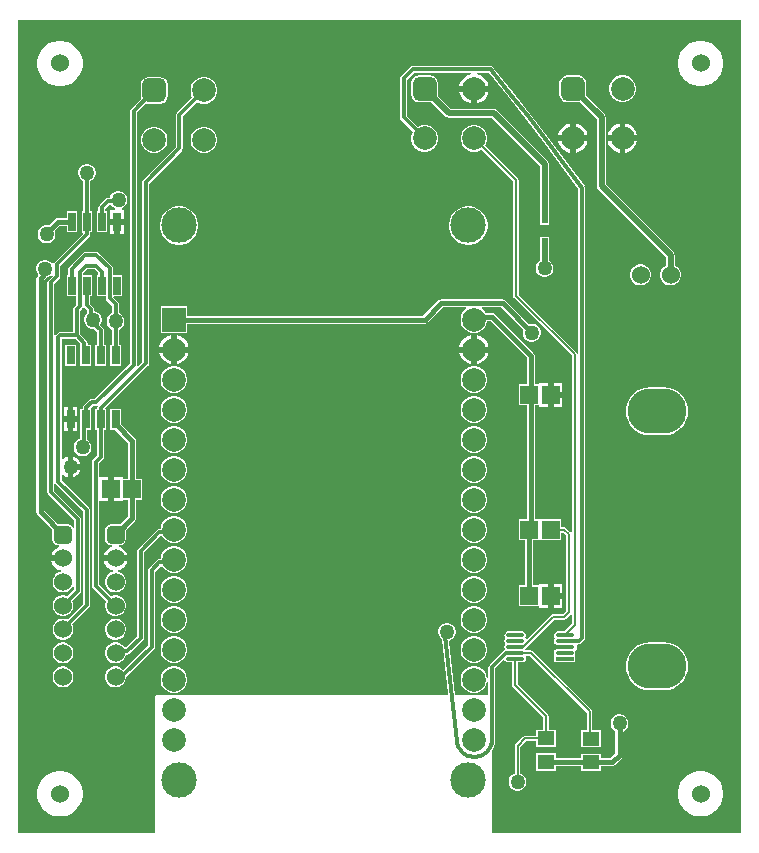
<source format=gbr>
%FSLAX23Y23*%
%MOIN*%
%SFA1B1*%

%IPPOS*%
%AMD15*
4,1,8,-0.023700,-0.006900,0.023700,-0.006900,0.030600,0.000000,0.030600,0.000000,0.023700,0.006900,-0.023700,0.006900,-0.030600,0.000000,-0.030600,0.000000,-0.023700,-0.006900,0.0*
1,1,0.013780,-0.023700,0.000000*
1,1,0.013780,0.023700,0.000000*
1,1,0.013780,0.023700,0.000000*
1,1,0.013780,-0.023700,0.000000*
%
%AMD23*
4,1,8,0.023600,0.074800,-0.023600,0.074800,-0.098400,0.000000,-0.098400,0.000000,-0.023600,-0.074800,0.023600,-0.074800,0.098400,0.000000,0.098400,0.000000,0.023600,0.074800,0.0*
1,1,0.149606,0.023600,0.000000*
1,1,0.149606,-0.023600,0.000000*
1,1,0.149606,-0.023600,0.000000*
1,1,0.149606,0.023600,0.000000*
%
%AMD25*
4,1,8,0.015000,0.030000,-0.015000,0.030000,-0.030000,0.015000,-0.030000,-0.015000,-0.015000,-0.030000,0.015000,-0.030000,0.030000,-0.015000,0.030000,0.015000,0.015000,0.030000,0.0*
1,1,0.030000,0.015000,0.015000*
1,1,0.030000,-0.015000,0.015000*
1,1,0.030000,-0.015000,-0.015000*
1,1,0.030000,0.015000,-0.015000*
%
%AMD26*
4,1,8,0.019700,0.039400,-0.019700,0.039400,-0.039400,0.019700,-0.039400,-0.019700,-0.019700,-0.039400,0.019700,-0.039400,0.039400,-0.019700,0.039400,0.019700,0.019700,0.039400,0.0*
1,1,0.039370,0.019700,0.019700*
1,1,0.039370,-0.019700,0.019700*
1,1,0.039370,-0.019700,-0.019700*
1,1,0.039370,0.019700,-0.019700*
%
%ADD10C,0.011811*%
%ADD11R,0.021260X0.033858*%
%ADD12R,0.025591X0.060039*%
%ADD13R,0.057087X0.047244*%
%ADD14R,0.061279X0.013780*%
G04~CAMADD=15~8~0.0~0.0~612.8~137.8~68.9~0.0~15~0.0~0.0~0.0~0.0~0~0.0~0.0~0.0~0.0~0~0.0~0.0~0.0~180.0~612.0~137.0*
%ADD15D15*%
%ADD16R,0.059055X0.061024*%
%ADD17C,0.015748*%
%ADD18C,0.007874*%
%ADD19C,0.019685*%
%ADD20R,0.078740X0.078740*%
%ADD21C,0.078740*%
%ADD22C,0.118110*%
G04~CAMADD=23~8~0.0~0.0~1968.5~1496.1~748.0~0.0~15~0.0~0.0~0.0~0.0~0~0.0~0.0~0.0~0.0~0~0.0~0.0~0.0~0.0~1968.5~1496.1*
%ADD23D23*%
%ADD24C,0.060000*%
G04~CAMADD=25~8~0.0~0.0~600.0~600.0~150.0~0.0~15~0.0~0.0~0.0~0.0~0~0.0~0.0~0.0~0.0~0~0.0~0.0~0.0~0.0~600.0~600.0*
%ADD25D25*%
G04~CAMADD=26~8~0.0~0.0~787.4~787.4~196.9~0.0~15~0.0~0.0~0.0~0.0~0~0.0~0.0~0.0~0.0~0~0.0~0.0~0.0~0.0~787.4~787.4*
%ADD26D26*%
%ADD27C,0.060000*%
%ADD28C,0.050000*%
%LNecu_freio_2024_equipe_imperador_copper_signal_top-1*%
%LPD*%
G36*
X5090Y2065D02*
X4260D01*
Y2337*
X4260Y2337*
X4266Y2350*
X4269Y2360*
X4270Y2363*
X4270Y2365*
X4271Y2367*
Y2612*
X4298Y2639*
X4304Y2638*
X4305Y2637*
X4308Y2634*
X4313Y2633*
X4328*
Y2557*
X4328Y2554*
X4330Y2551*
X4430Y2451*
Y2407*
X4406*
Y2388*
X4369*
X4365Y2387*
X4362Y2385*
X4338Y2361*
X4336Y2358*
X4335Y2355*
Y2263*
X4333Y2262*
X4326Y2258*
X4321Y2253*
X4317Y2246*
X4315Y2238*
Y2231*
X4317Y2223*
X4321Y2216*
X4326Y2211*
X4333Y2207*
X4341Y2205*
X4348*
X4356Y2207*
X4363Y2211*
X4368Y2216*
X4372Y2223*
X4374Y2231*
Y2238*
X4372Y2246*
X4368Y2253*
X4363Y2258*
X4356Y2262*
X4354Y2263*
Y2351*
X4373Y2370*
X4406*
Y2350*
X4473*
Y2407*
X4449*
Y2455*
X4448Y2458*
X4446Y2461*
X4346Y2561*
Y2633*
X4361*
X4365Y2634*
X4369Y2637*
X4372Y2641*
X4373Y2645*
X4372Y2650*
X4374Y2655*
X4387*
X4576Y2465*
Y2407*
X4556*
Y2350*
X4623*
Y2407*
X4594*
Y2469*
X4593Y2473*
X4591Y2475*
X4397Y2670*
X4394Y2672*
X4390Y2673*
X4372*
X4370Y2677*
X4371Y2678*
X4372Y2680*
X4372Y2681*
X4373Y2682*
X4467Y2775*
X4500*
X4504Y2776*
X4507Y2778*
X4520Y2792*
X4522Y2792*
X4525Y2790*
Y2760*
X4501Y2736*
X4478*
X4474Y2735*
X4470Y2732*
X4467Y2728*
X4466Y2724*
X4467Y2719*
X4468Y2718*
X4470Y2714*
X4468Y2710*
X4467Y2709*
X4466Y2704*
X4467Y2700*
X4468Y2698*
X4466Y2697*
X4465Y2694*
X4472*
X4474Y2693*
X4478Y2692*
X4502*
Y2677*
X4478*
X4474Y2676*
X4472Y2675*
X4465*
X4466Y2672*
X4468Y2671*
X4467Y2669*
X4466Y2665*
X4467Y2662*
X4467Y2657*
Y2633*
X4538*
Y2657*
X4537Y2662*
X4538Y2665*
X4537Y2669*
X4536Y2671*
X4538Y2672*
X4542Y2678*
X4543Y2685*
X4542Y2688*
X4546Y2693*
X4549*
X4553Y2694*
X4557Y2696*
X4567Y2707*
X4570Y2710*
X4571Y2715*
Y4213*
X4570Y4218*
X4568Y4220*
X4569Y4220*
X4454Y4375*
X4331Y4534*
X4268Y4612*
X4268Y4612*
X4268Y4612*
X4268Y4612*
X4267Y4614*
X4265Y4615*
X4265Y4615*
X4259Y4619*
X4250Y4621*
X4245Y4621*
X3995*
X3990Y4620*
X3987Y4617*
X3957Y4587*
X3954Y4584*
X3953Y4580*
Y4450*
X3954Y4445*
X3957Y4442*
X3996Y4402*
X3993Y4397*
X3990Y4385*
Y4374*
X3993Y4362*
X3999Y4352*
X4007Y4344*
X4017Y4338*
X4029Y4335*
X4040*
X4052Y4338*
X4062Y4344*
X4070Y4352*
X4076Y4362*
X4079Y4374*
Y4385*
X4076Y4397*
X4070Y4407*
X4062Y4415*
X4052Y4421*
X4040Y4424*
X4029*
X4017Y4421*
X4012Y4418*
X3976Y4454*
Y4575*
X3999Y4598*
X4190*
X4191Y4593*
X4181Y4591*
X4170Y4584*
X4160Y4575*
X4154Y4564*
X4151Y4555*
X4248*
X4246Y4564*
X4239Y4575*
X4230Y4584*
X4219Y4591*
X4209Y4593*
X4210Y4598*
X4246*
X4251Y4598*
X4313Y4520*
X4436Y4362*
X4548Y4210*
Y3660*
X4544Y3660*
X4543Y3663*
X4541Y3666*
X4349Y3858*
Y4240*
X4348Y4243*
X4346Y4246*
X4237Y4355*
X4241Y4362*
X4244Y4374*
Y4385*
X4241Y4397*
X4235Y4407*
X4227Y4415*
X4217Y4421*
X4206Y4424*
X4194*
X4183Y4421*
X4173Y4415*
X4164Y4407*
X4159Y4397*
X4156Y4385*
Y4374*
X4159Y4362*
X4164Y4352*
X4173Y4344*
X4183Y4338*
X4194Y4335*
X4206*
X4217Y4338*
X4224Y4342*
X4330Y4236*
Y3855*
X4331Y3851*
X4333Y3848*
X4525Y3656*
Y3068*
X4522Y3067*
X4520Y3066*
X4506Y3081*
X4503Y3083*
X4500Y3084*
X4489*
Y3110*
X4423*
X4420*
X4415*
X4402*
Y3489*
X4415*
Y3484*
X4445*
Y3525*
Y3565*
X4415*
Y3560*
X4402*
Y3655*
X4401Y3660*
X4398Y3664*
X4269Y3794*
X4264Y3797*
X4260Y3798*
X4238*
X4235Y3803*
X4227Y3811*
X4225Y3812*
X4227Y3816*
X4289*
X4364Y3742*
X4362Y3736*
Y3728*
X4364Y3720*
X4368Y3714*
X4374Y3708*
X4380Y3704*
X4388Y3702*
X4396*
X4404Y3704*
X4410Y3708*
X4416Y3714*
X4420Y3720*
X4422Y3728*
Y3736*
X4420Y3744*
X4416Y3750*
X4410Y3756*
X4404Y3760*
X4396Y3762*
X4388*
X4382Y3760*
X4304Y3839*
X4299Y3842*
X4295Y3843*
X4090*
X4085Y3842*
X4080Y3839*
X4030Y3788*
X3244*
Y3820*
X3155*
Y3731*
X3244*
Y3762*
X4035*
X4040Y3763*
X4045Y3766*
X4095Y3816*
X4172*
X4174Y3812*
X4172Y3811*
X4164Y3803*
X4158Y3792*
X4155Y3781*
Y3769*
X4158Y3758*
X4164Y3748*
X4172Y3740*
X4182Y3734*
X4194Y3731*
X4205*
X4217Y3734*
X4227Y3740*
X4235Y3748*
X4241Y3758*
X4244Y3769*
Y3771*
X4254*
X4376Y3650*
Y3560*
X4350*
Y3489*
X4376*
Y3110*
X4349*
Y3039*
X4371*
Y2890*
X4350*
Y2819*
X4415*
Y2814*
X4445*
Y2855*
Y2895*
X4415*
Y2890*
X4397*
Y3039*
X4415*
X4418*
X4423*
X4489*
Y3065*
X4496*
X4505Y3056*
Y2802*
X4497Y2794*
X4463*
X4460Y2793*
X4457Y2791*
X4377Y2711*
X4372Y2712*
X4370Y2716*
X4371Y2718*
X4372Y2719*
X4373Y2724*
X4372Y2728*
X4369Y2732*
X4365Y2735*
X4361Y2736*
X4313*
X4308Y2735*
X4305Y2732*
X4302Y2728*
X4301Y2724*
X4302Y2719*
X4303Y2718*
X4304Y2714*
X4303Y2710*
X4302Y2709*
X4301Y2704*
X4302Y2700*
X4303Y2698*
X4304Y2694*
X4303Y2691*
X4302Y2689*
X4301Y2685*
X4302Y2680*
X4303Y2679*
X4303Y2677*
X4303Y2676*
X4302Y2673*
X4301Y2673*
X4300Y2672*
X4299Y2672*
X4299Y2671*
X4298Y2671*
X4252Y2624*
X4249Y2621*
X4248Y2617*
Y2583*
X4243Y2582*
X4241Y2592*
X4235Y2603*
X4227Y2611*
X4217Y2617*
X4205Y2620*
X4194*
X4182Y2617*
X4172Y2611*
X4164Y2603*
X4158Y2592*
X4155Y2581*
Y2569*
X4158Y2558*
X4164Y2548*
X4172Y2540*
X4182Y2534*
X4194Y2531*
X4205*
X4217Y2534*
X4227Y2540*
X4235Y2548*
X4241Y2558*
X4243Y2568*
X4248Y2568*
Y2525*
X4137*
X4117Y2705*
X4121Y2707*
X4128Y2711*
X4133Y2716*
X4137Y2723*
X4139Y2731*
Y2738*
X4137Y2746*
X4133Y2753*
X4128Y2758*
X4121Y2762*
X4113Y2764*
X4106*
X4098Y2762*
X4091Y2758*
X4086Y2753*
X4082Y2746*
X4080Y2738*
Y2731*
X4082Y2723*
X4086Y2716*
X4091Y2711*
X4094Y2709*
X4114Y2528*
X4111Y2525*
X3140*
X3135Y2520*
Y2065*
X2680*
Y4775*
X5090*
Y2065*
G37*
%LNecu_freio_2024_equipe_imperador_copper_signal_top-2*%
%LPC*%
G36*
X4962Y4705D02*
X4947D01*
X4932Y4702*
X4919Y4697*
X4906Y4688*
X4896Y4678*
X4887Y4665*
X4882Y4652*
X4879Y4637*
Y4622*
X4882Y4607*
X4887Y4594*
X4896Y4581*
X4906Y4571*
X4919Y4562*
X4932Y4557*
X4947Y4554*
X4962*
X4977Y4557*
X4990Y4562*
X5003Y4571*
X5013Y4581*
X5022Y4594*
X5027Y4607*
X5030Y4622*
Y4637*
X5027Y4652*
X5022Y4665*
X5013Y4678*
X5003Y4688*
X4990Y4697*
X4977Y4702*
X4962Y4705*
G37*
G36*
X2827D02*
X2812D01*
X2797Y4702*
X2784Y4697*
X2771Y4688*
X2761Y4678*
X2752Y4665*
X2747Y4652*
X2744Y4637*
Y4622*
X2747Y4607*
X2752Y4594*
X2761Y4581*
X2771Y4571*
X2784Y4562*
X2797Y4557*
X2812Y4554*
X2827*
X2842Y4557*
X2855Y4562*
X2868Y4571*
X2878Y4581*
X2887Y4594*
X2892Y4607*
X2895Y4622*
Y4637*
X2892Y4652*
X2887Y4665*
X2878Y4678*
X2868Y4688*
X2855Y4697*
X2842Y4702*
X2827Y4705*
G37*
G36*
X4700Y4589D02*
X4689D01*
X4677Y4586*
X4667Y4580*
X4659Y4572*
X4653Y4562*
X4650Y4551*
Y4539*
X4653Y4528*
X4659Y4518*
X4667Y4509*
X4677Y4504*
X4689Y4501*
X4700*
X4712Y4504*
X4722Y4509*
X4730Y4518*
X4736Y4528*
X4739Y4539*
Y4551*
X4736Y4562*
X4730Y4572*
X4722Y4580*
X4712Y4586*
X4700Y4589*
G37*
G36*
X4248Y4535D02*
X4210D01*
Y4496*
X4219Y4499*
X4230Y4505*
X4239Y4515*
X4246Y4526*
X4248Y4535*
G37*
G36*
X4190D02*
X4151D01*
X4154Y4526*
X4160Y4515*
X4170Y4505*
X4181Y4499*
X4190Y4496*
Y4535*
G37*
G36*
X3154Y4584D02*
X3114D01*
X3105Y4582*
X3097Y4577*
X3091Y4569*
X3089Y4559*
Y4520*
X3091Y4512*
X3057Y4478*
X3054Y4474*
X3053Y4470*
Y3629*
X2935Y3511*
X2925*
X2920Y3510*
X2917Y3507*
X2900Y3491*
X2898Y3487*
X2897Y3483*
Y3478*
X2887*
Y3408*
X2888*
Y3379*
X2883Y3377*
X2876Y3373*
X2871Y3368*
X2867Y3361*
X2865Y3353*
Y3346*
X2867Y3338*
X2871Y3331*
X2876Y3326*
X2883Y3322*
X2891Y3320*
X2898*
X2906Y3322*
X2913Y3326*
X2918Y3331*
X2922Y3338*
X2924Y3346*
Y3353*
X2922Y3361*
X2918Y3368*
X2913Y3373*
X2911Y3375*
Y3408*
X2922*
Y3478*
X2923Y3482*
X2929Y3488*
X2940*
X2942Y3489*
X2945Y3484*
X2944Y3484*
X2943Y3480*
Y3478*
X2937*
Y3408*
X2943*
Y3321*
X2931Y3309*
X2928Y3305*
X2927Y3301*
Y2888*
X2928Y2884*
X2931Y2880*
X2973Y2838*
X2972Y2835*
X2970Y2827*
Y2817*
X2972Y2809*
X2977Y2801*
X2983Y2794*
X2991Y2789*
X3000Y2787*
X3009*
X3018Y2789*
X3026Y2794*
X3032Y2801*
X3037Y2809*
X3039Y2817*
Y2827*
X3037Y2835*
X3032Y2843*
X3026Y2850*
X3018Y2855*
X3009Y2857*
X3000*
X2991Y2855*
X2989Y2853*
X2950Y2893*
Y3164*
X2950Y3169*
X2955*
X2979*
Y3210*
Y3250*
X2950*
X2950Y3255*
Y3296*
X2962Y3309*
X2965Y3313*
X2966Y3317*
Y3408*
X2972*
Y3478*
X2971Y3480*
X3112Y3622*
X3115Y3625*
X3116Y3630*
Y4228*
X3225Y4338*
X3228Y4341*
X3229Y4346*
Y4453*
X3277Y4501*
X3282Y4498*
X3294Y4495*
X3305*
X3317Y4498*
X3327Y4504*
X3335Y4512*
X3341Y4522*
X3344Y4534*
Y4545*
X3341Y4557*
X3335Y4567*
X3327Y4575*
X3317Y4581*
X3305Y4584*
X3294*
X3282Y4581*
X3272Y4575*
X3264Y4567*
X3258Y4557*
X3255Y4545*
Y4534*
X3258Y4522*
X3261Y4517*
X3210Y4465*
X3207Y4462*
X3206Y4458*
Y4350*
X3097Y4240*
X3094Y4237*
X3093Y4233*
Y3634*
X3080Y3620*
X3075Y3623*
X3076Y3625*
Y4465*
X3107Y4496*
X3114Y4495*
X3154*
X3163Y4497*
X3172Y4502*
X3177Y4510*
X3179Y4520*
Y4559*
X3177Y4569*
X3172Y4577*
X3163Y4582*
X3154Y4584*
G37*
G36*
X4704Y4428D02*
Y4389D01*
X4743*
X4741Y4399*
X4734Y4410*
X4725Y4419*
X4714Y4426*
X4704Y4428*
G37*
G36*
X4685D02*
X4675Y4426D01*
X4664Y4419*
X4655Y4410*
X4648Y4399*
X4646Y4389*
X4685*
Y4428*
G37*
G36*
X4539D02*
Y4389D01*
X4578*
X4575Y4399*
X4569Y4410*
X4559Y4419*
X4548Y4426*
X4539Y4428*
G37*
G36*
X4519D02*
X4510Y4426D01*
X4499Y4419*
X4490Y4410*
X4483Y4399*
X4481Y4389*
X4519*
Y4428*
G37*
G36*
X4743Y4370D02*
X4704D01*
Y4331*
X4714Y4333*
X4725Y4340*
X4734Y4349*
X4741Y4360*
X4743Y4370*
G37*
G36*
X4685D02*
X4646D01*
X4648Y4360*
X4655Y4349*
X4664Y4340*
X4675Y4333*
X4685Y4331*
Y4370*
G37*
G36*
X4578D02*
X4539D01*
Y4331*
X4548Y4333*
X4559Y4340*
X4569Y4349*
X4575Y4360*
X4578Y4370*
G37*
G36*
X4519D02*
X4481D01*
X4483Y4360*
X4490Y4349*
X4499Y4340*
X4510Y4333*
X4519Y4331*
Y4370*
G37*
G36*
X3305Y4418D02*
X3294D01*
X3282Y4415*
X3272Y4410*
X3264Y4401*
X3258Y4391*
X3255Y4380*
Y4368*
X3258Y4357*
X3264Y4347*
X3272Y4339*
X3282Y4333*
X3294Y4330*
X3305*
X3317Y4333*
X3327Y4339*
X3335Y4347*
X3341Y4357*
X3344Y4368*
Y4380*
X3341Y4391*
X3335Y4401*
X3327Y4410*
X3317Y4415*
X3305Y4418*
G37*
G36*
X3140D02*
X3128D01*
X3117Y4415*
X3107Y4410*
X3099Y4401*
X3093Y4391*
X3090Y4380*
Y4368*
X3093Y4357*
X3099Y4347*
X3107Y4339*
X3117Y4333*
X3128Y4330*
X3140*
X3151Y4333*
X3161Y4339*
X3170Y4347*
X3175Y4357*
X3178Y4368*
Y4380*
X3175Y4391*
X3170Y4401*
X3161Y4410*
X3151Y4415*
X3140Y4418*
G37*
G36*
X3018Y4204D02*
X3011D01*
X3003Y4202*
X2996Y4198*
X2991Y4193*
X2987Y4186*
X2986Y4182*
X2981*
X2981*
X2977Y4181*
X2973Y4179*
X2952Y4157*
X2949Y4154*
X2948Y4150*
Y4136*
X2942*
Y4066*
X2977*
Y4136*
X2971*
Y4145*
X2984Y4158*
X2990Y4158*
X2991Y4156*
X2996Y4151*
X3003Y4147*
X3004Y4146*
X3004Y4141*
X2987*
Y4111*
X3010*
X3032*
Y4141*
X3025*
X3025Y4146*
X3026Y4147*
X3033Y4151*
X3038Y4156*
X3042Y4163*
X3044Y4171*
Y4178*
X3042Y4186*
X3038Y4193*
X3033Y4198*
X3026Y4202*
X3018Y4204*
G37*
G36*
X4054Y4590D02*
X4015D01*
X4005Y4588*
X3997Y4582*
X3992Y4574*
X3990Y4565*
Y4525*
X3992Y4516*
X3997Y4507*
X4005Y4502*
X4015Y4500*
X4054*
X4057Y4501*
X4106Y4452*
Y4452*
X4111Y4449*
X4117Y4447*
X4259*
X4419Y4287*
Y4136*
X4419*
Y4092*
X4450*
Y4136*
X4450*
Y4293*
Y4293*
X4448Y4299*
X4445Y4303*
X4445*
X4275Y4473*
X4271Y4476*
X4265Y4478*
X4123*
X4079Y4522*
X4079Y4525*
Y4565*
X4077Y4574*
X4072Y4582*
X4064Y4588*
X4054Y4590*
G37*
G36*
X2877Y4136D02*
X2842D01*
Y4114*
X2813*
X2808Y4113*
X2803Y4110*
X2782Y4089*
X2778Y4089*
X2771*
X2763Y4087*
X2756Y4083*
X2751Y4078*
X2747Y4071*
X2745Y4063*
Y4056*
X2747Y4048*
X2751Y4041*
X2756Y4036*
X2763Y4032*
X2771Y4030*
X2778*
X2786Y4032*
X2793Y4036*
X2798Y4041*
X2802Y4048*
X2804Y4056*
Y4063*
X2802Y4071*
X2802Y4072*
X2818Y4088*
X2842*
Y4066*
X2877*
Y4136*
G37*
G36*
X3032Y4091D02*
X3019D01*
Y4061*
X3032*
Y4091*
G37*
G36*
X3000D02*
X2987D01*
Y4061*
X3000*
Y4091*
G37*
G36*
X4187Y4153D02*
X4175D01*
X4162Y4150*
X4151Y4145*
X4140Y4138*
X4131Y4129*
X4124Y4119*
X4119Y4107*
X4117Y4095*
Y4082*
X4119Y4070*
X4124Y4058*
X4131Y4048*
X4140Y4039*
X4151Y4032*
X4162Y4027*
X4175Y4025*
X4187*
X4200Y4027*
X4211Y4032*
X4222Y4039*
X4231Y4048*
X4238Y4058*
X4243Y4070*
X4245Y4082*
Y4095*
X4243Y4107*
X4238Y4119*
X4231Y4129*
X4222Y4138*
X4211Y4145*
X4200Y4150*
X4187Y4153*
G37*
G36*
X3222D02*
X3210D01*
X3197Y4150*
X3186Y4145*
X3175Y4138*
X3166Y4129*
X3159Y4119*
X3155Y4107*
X3152Y4095*
Y4082*
X3155Y4070*
X3159Y4058*
X3166Y4048*
X3175Y4039*
X3186Y4032*
X3197Y4027*
X3210Y4025*
X3222*
X3235Y4027*
X3246Y4032*
X3257Y4039*
X3266Y4048*
X3273Y4058*
X3278Y4070*
X3280Y4082*
Y4095*
X3278Y4107*
X3273Y4119*
X3266Y4129*
X3257Y4138*
X3246Y4145*
X3235Y4150*
X3222Y4153*
G37*
G36*
X2913Y4294D02*
X2906D01*
X2898Y4292*
X2891Y4288*
X2886Y4283*
X2882Y4276*
X2880Y4268*
Y4261*
X2882Y4253*
X2886Y4246*
X2891Y4241*
X2898Y4237*
X2898Y4236*
Y4136*
X2892*
Y4066*
X2894*
X2896Y4061*
X2802Y3967*
X2799Y3964*
X2799Y3963*
X2794Y3962*
X2793Y3963*
X2788Y3968*
X2781Y3972*
X2773Y3974*
X2766*
X2758Y3972*
X2751Y3968*
X2746Y3963*
X2742Y3956*
X2740Y3948*
Y3941*
X2742Y3933*
X2746Y3926*
X2747Y3924*
X2745Y3922*
X2742Y3918*
X2741Y3913*
Y3133*
X2742Y3128*
X2745Y3124*
X2794Y3075*
X2794Y3073*
Y3043*
X2796Y3035*
X2800Y3029*
X2807Y3024*
X2815Y3023*
X2818*
X2818Y3018*
X2814Y3017*
X2805Y3011*
X2797Y3004*
X2792Y2995*
X2791Y2989*
X2830*
Y2970*
X2791*
X2792Y2964*
X2797Y2955*
X2805Y2947*
X2814Y2942*
X2822Y2940*
Y2935*
X2816Y2933*
X2808Y2929*
X2802Y2922*
X2797Y2914*
X2795Y2905*
Y2896*
X2797Y2887*
X2802Y2879*
X2808Y2873*
X2816Y2868*
X2825Y2866*
X2834*
X2843Y2868*
X2851Y2873*
X2857Y2879*
X2862Y2887*
X2863Y2893*
X2868Y2892*
Y2877*
X2845Y2853*
X2843Y2855*
X2834Y2857*
X2825*
X2816Y2855*
X2808Y2850*
X2802Y2843*
X2797Y2835*
X2795Y2827*
Y2817*
X2797Y2809*
X2802Y2801*
X2808Y2794*
X2816Y2789*
X2825Y2787*
X2834*
X2843Y2789*
X2851Y2794*
X2857Y2801*
X2862Y2809*
X2864Y2817*
Y2827*
X2862Y2835*
X2861Y2838*
X2887Y2864*
X2890Y2868*
X2891Y2872*
Y3110*
X2890Y3114*
X2887Y3117*
X2801Y3204*
Y3226*
X2806Y3228*
X2806Y3228*
X2898Y3135*
Y2828*
X2845Y2775*
X2843Y2776*
X2834Y2778*
X2825*
X2816Y2776*
X2808Y2771*
X2802Y2765*
X2797Y2757*
X2795Y2748*
Y2739*
X2797Y2730*
X2802Y2722*
X2808Y2715*
X2816Y2711*
X2825Y2708*
X2834*
X2843Y2711*
X2851Y2715*
X2857Y2722*
X2862Y2730*
X2864Y2739*
Y2748*
X2862Y2757*
X2861Y2759*
X2917Y2815*
X2920Y2819*
X2921Y2823*
Y3139*
Y3140*
X2920Y3144*
X2917Y3147*
X2825Y3240*
Y3258*
X2830Y3260*
X2833Y3256*
X2841Y3252*
X2845Y3251*
Y3285*
Y3318*
X2841Y3317*
X2833Y3313*
X2830Y3309*
X2825Y3311*
Y3712*
X2825Y3712*
X2870*
X2886Y3696*
X2887Y3691*
Y3621*
X2922*
Y3691*
X2912*
Y3697*
X2911Y3701*
X2909Y3705*
X2886Y3728*
Y3805*
X2892Y3812*
X2895Y3816*
X2895Y3817*
X2900Y3818*
X2902Y3815*
X2911Y3806*
Y3798*
X2911Y3798*
X2906Y3793*
X2902Y3786*
X2900Y3778*
Y3771*
X2902Y3763*
X2906Y3756*
X2911Y3751*
X2918Y3747*
X2926Y3745*
X2933*
X2933Y3745*
X2943Y3735*
Y3691*
X2937*
Y3621*
X2972*
Y3691*
X2966*
Y3739*
X2965Y3743*
X2962Y3747*
X2953Y3756*
X2953Y3756*
X2957Y3763*
X2959Y3771*
Y3778*
X2957Y3786*
X2953Y3793*
X2948Y3798*
X2941Y3802*
X2933Y3804*
X2933*
Y3810*
X2932Y3815*
X2930Y3818*
X2921Y3828*
Y3853*
X2927*
Y3923*
X2896*
Y3930*
X2909Y3943*
X2935*
X2948Y3930*
Y3923*
X2942*
Y3853*
X2973*
Y3846*
X2974Y3841*
X2977Y3838*
X2993Y3821*
Y3798*
X2993Y3797*
X2986Y3793*
X2981Y3788*
X2977Y3781*
X2975Y3773*
Y3766*
X2977Y3758*
X2981Y3751*
X2986Y3746*
X2993Y3742*
X2993Y3741*
Y3691*
X2987*
Y3621*
X3022*
Y3691*
X3016*
Y3741*
X3016Y3742*
X3023Y3746*
X3028Y3751*
X3032Y3758*
X3034Y3766*
Y3773*
X3032Y3781*
X3028Y3788*
X3023Y3793*
X3016Y3797*
X3016Y3798*
Y3826*
X3015Y3830*
X3012Y3833*
X2998Y3848*
X3000Y3853*
X3027*
Y3923*
X2996*
Y3946*
X2995Y3950*
X2992Y3954*
X2949Y3997*
X2945Y4000*
X2941Y4001*
X2904*
X2904*
X2900Y4000*
X2896Y3997*
X2852Y3953*
X2849Y3949*
X2848Y3945*
Y3923*
X2842*
Y3853*
X2873*
Y3825*
X2867Y3818*
X2864Y3814*
X2863Y3810*
Y3735*
X2821*
X2816Y3734*
X2813Y3731*
X2806Y3724*
X2806Y3724*
X2801Y3725*
Y3895*
X2817Y3912*
X2820Y3915*
X2821Y3920*
Y3955*
X2917Y4052*
X2920Y4055*
X2921Y4060*
Y4066*
X2927*
Y4136*
X2921*
Y4236*
X2921Y4237*
X2928Y4241*
X2933Y4246*
X2937Y4253*
X2939Y4261*
Y4268*
X2937Y4276*
X2933Y4283*
X2928Y4288*
X2921Y4292*
X2913Y4294*
G37*
G36*
X4450Y4051D02*
X4419D01*
Y4008*
X4419*
Y3972*
X4416Y3970*
X4411Y3965*
X4407Y3958*
X4405Y3950*
Y3943*
X4407Y3935*
X4411Y3928*
X4416Y3923*
X4423Y3919*
X4431Y3917*
X4438*
X4446Y3919*
X4453Y3923*
X4458Y3928*
X4462Y3935*
X4464Y3943*
Y3950*
X4462Y3958*
X4458Y3965*
X4453Y3970*
X4450Y3972*
Y4008*
X4450*
Y4051*
G37*
G36*
X4549Y4590D02*
X4509D01*
X4500Y4588*
X4492Y4582*
X4486Y4574*
X4484Y4565*
Y4525*
X4486Y4516*
X4492Y4507*
X4500Y4502*
X4509Y4500*
X4549*
X4552Y4501*
X4609Y4443*
Y4220*
X4611Y4214*
X4614Y4209*
X4839Y3983*
Y3956*
X4833Y3952*
X4827Y3946*
X4822Y3938*
X4820Y3929*
Y3920*
X4822Y3911*
X4827Y3903*
X4833Y3897*
X4841Y3892*
X4850Y3890*
X4859*
X4868Y3892*
X4876Y3897*
X4882Y3903*
X4887Y3911*
X4889Y3920*
Y3929*
X4887Y3938*
X4882Y3946*
X4876Y3952*
X4870Y3956*
Y3990*
X4868Y3995*
X4865Y4000*
X4640Y4226*
Y4450*
X4638Y4455*
X4635Y4460*
X4573Y4522*
X4574Y4525*
Y4565*
X4572Y4574*
X4567Y4582*
X4558Y4588*
X4549Y4590*
G37*
G36*
X4759Y3959D02*
X4750D01*
X4741Y3957*
X4733Y3952*
X4727Y3946*
X4722Y3938*
X4720Y3929*
Y3920*
X4722Y3911*
X4727Y3903*
X4733Y3897*
X4741Y3892*
X4750Y3890*
X4759*
X4768Y3892*
X4776Y3897*
X4782Y3903*
X4787Y3911*
X4789Y3920*
Y3929*
X4787Y3938*
X4782Y3946*
X4776Y3952*
X4768Y3957*
X4759Y3959*
G37*
G36*
X4209Y3724D02*
Y3685D01*
X4248*
X4246Y3694*
X4239Y3706*
X4230Y3715*
X4219Y3721*
X4209Y3724*
G37*
G36*
X4190D02*
X4180Y3721D01*
X4169Y3715*
X4160Y3706*
X4153Y3694*
X4151Y3685*
X4190*
Y3724*
G37*
G36*
X3209D02*
Y3685D01*
X3248*
X3246Y3694*
X3239Y3706*
X3230Y3715*
X3219Y3721*
X3209Y3724*
G37*
G36*
X3190D02*
X3180Y3721D01*
X3169Y3715*
X3160Y3706*
X3153Y3694*
X3151Y3685*
X3190*
Y3724*
G37*
G36*
X4248Y3665D02*
X4209D01*
Y3627*
X4219Y3629*
X4230Y3636*
X4239Y3645*
X4246Y3656*
X4248Y3665*
G37*
G36*
X4190D02*
X4151D01*
X4153Y3656*
X4160Y3645*
X4169Y3636*
X4180Y3629*
X4190Y3627*
Y3665*
G37*
G36*
X3248D02*
X3209D01*
Y3627*
X3219Y3629*
X3230Y3636*
X3239Y3645*
X3246Y3656*
X3248Y3665*
G37*
G36*
X3190D02*
X3151D01*
X3153Y3656*
X3160Y3645*
X3169Y3636*
X3180Y3629*
X3190Y3627*
Y3665*
G37*
G36*
X2872Y3691D02*
X2837D01*
Y3621*
X2872*
Y3691*
G37*
G36*
X4494Y3565D02*
X4465D01*
Y3534*
X4494*
Y3565*
G37*
G36*
X4205Y3620D02*
X4194D01*
X4182Y3617*
X4172Y3611*
X4164Y3603*
X4158Y3592*
X4155Y3581*
Y3569*
X4158Y3558*
X4164Y3548*
X4172Y3540*
X4182Y3534*
X4194Y3531*
X4205*
X4217Y3534*
X4227Y3540*
X4235Y3548*
X4241Y3558*
X4244Y3569*
Y3581*
X4241Y3592*
X4235Y3603*
X4227Y3611*
X4217Y3617*
X4205Y3620*
G37*
G36*
X3205D02*
X3194D01*
X3182Y3617*
X3172Y3611*
X3164Y3603*
X3158Y3592*
X3155Y3581*
Y3569*
X3158Y3558*
X3164Y3548*
X3172Y3540*
X3182Y3534*
X3194Y3531*
X3205*
X3217Y3534*
X3227Y3540*
X3235Y3548*
X3241Y3558*
X3244Y3569*
Y3581*
X3241Y3592*
X3235Y3603*
X3227Y3611*
X3217Y3617*
X3205Y3620*
G37*
G36*
X4494Y3515D02*
X4465D01*
Y3484*
X4494*
Y3515*
G37*
G36*
X2877Y3483D02*
X2864D01*
Y3453*
X2877*
Y3483*
G37*
G36*
X2845D02*
X2832D01*
Y3453*
X2845*
Y3483*
G37*
G36*
X4205Y3520D02*
X4194D01*
X4182Y3517*
X4172Y3511*
X4164Y3503*
X4158Y3492*
X4155Y3481*
Y3469*
X4158Y3458*
X4164Y3448*
X4172Y3440*
X4182Y3434*
X4194Y3431*
X4205*
X4217Y3434*
X4227Y3440*
X4235Y3448*
X4241Y3458*
X4244Y3469*
Y3481*
X4241Y3492*
X4235Y3503*
X4227Y3511*
X4217Y3517*
X4205Y3520*
G37*
G36*
X3205D02*
X3194D01*
X3182Y3517*
X3172Y3511*
X3164Y3503*
X3158Y3492*
X3155Y3481*
Y3469*
X3158Y3458*
X3164Y3448*
X3172Y3440*
X3182Y3434*
X3194Y3431*
X3205*
X3217Y3434*
X3227Y3440*
X3235Y3448*
X3241Y3458*
X3244Y3469*
Y3481*
X3241Y3492*
X3235Y3503*
X3227Y3511*
X3217Y3517*
X3205Y3520*
G37*
G36*
X2877Y3433D02*
X2864D01*
Y3403*
X2877*
Y3433*
G37*
G36*
X2845D02*
X2832D01*
Y3403*
X2845*
Y3433*
G37*
G36*
X4833Y3550D02*
X4786D01*
X4770Y3548*
X4755Y3544*
X4741Y3536*
X4729Y3526*
X4719Y3514*
X4712Y3500*
X4707Y3485*
X4706Y3470*
X4707Y3454*
X4712Y3439*
X4719Y3425*
X4729Y3413*
X4741Y3403*
X4755Y3395*
X4770Y3391*
X4786Y3389*
X4833*
X4849Y3391*
X4864Y3395*
X4878Y3403*
X4890Y3413*
X4900Y3425*
X4907Y3439*
X4912Y3454*
X4913Y3470*
X4912Y3485*
X4907Y3500*
X4900Y3514*
X4890Y3526*
X4878Y3536*
X4864Y3544*
X4849Y3548*
X4833Y3550*
G37*
G36*
X4205Y3420D02*
X4194D01*
X4182Y3417*
X4172Y3411*
X4164Y3403*
X4158Y3392*
X4155Y3381*
Y3369*
X4158Y3358*
X4164Y3348*
X4172Y3340*
X4182Y3334*
X4194Y3331*
X4205*
X4217Y3334*
X4227Y3340*
X4235Y3348*
X4241Y3358*
X4244Y3369*
Y3381*
X4241Y3392*
X4235Y3403*
X4227Y3411*
X4217Y3417*
X4205Y3420*
G37*
G36*
X3205D02*
X3194D01*
X3182Y3417*
X3172Y3411*
X3164Y3403*
X3158Y3392*
X3155Y3381*
Y3369*
X3158Y3358*
X3164Y3348*
X3172Y3340*
X3182Y3334*
X3194Y3331*
X3205*
X3217Y3334*
X3227Y3340*
X3235Y3348*
X3241Y3358*
X3244Y3369*
Y3381*
X3241Y3392*
X3235Y3403*
X3227Y3411*
X3217Y3417*
X3205Y3420*
G37*
G36*
X2864Y3318D02*
Y3294D01*
X2888*
X2887Y3298*
X2883Y3306*
X2876Y3313*
X2868Y3317*
X2864Y3318*
G37*
G36*
X2888Y3275D02*
X2864D01*
Y3251*
X2868Y3252*
X2876Y3256*
X2883Y3263*
X2887Y3271*
X2888Y3275*
G37*
G36*
X3022Y3478D02*
X2987D01*
Y3408*
X3004*
X3047Y3365*
Y3245*
X3029*
Y3250*
X2999*
Y3210*
Y3169*
X3029*
Y3174*
X3047*
Y3119*
X3021Y3093*
X3020Y3094*
X2990*
X2982Y3092*
X2975Y3088*
X2971Y3081*
X2969Y3073*
Y3043*
X2971Y3035*
X2975Y3029*
X2982Y3024*
X2990Y3023*
X2993*
X2993Y3018*
X2989Y3017*
X2980Y3011*
X2972Y3004*
X2967Y2995*
X2966Y2989*
X3043*
X3042Y2995*
X3037Y3004*
X3029Y3011*
X3020Y3017*
X3016Y3018*
X3016Y3023*
X3020*
X3027Y3024*
X3034Y3029*
X3038Y3035*
X3040Y3043*
Y3073*
X3040Y3075*
X3069Y3104*
X3072Y3109*
X3073Y3114*
Y3174*
X3094*
Y3245*
X3073*
Y3370*
X3072Y3375*
X3069Y3379*
X3022Y3426*
Y3478*
G37*
G36*
X4205Y3320D02*
X4194D01*
X4182Y3317*
X4172Y3311*
X4164Y3303*
X4158Y3292*
X4155Y3281*
Y3269*
X4158Y3258*
X4164Y3248*
X4172Y3240*
X4182Y3234*
X4194Y3231*
X4205*
X4217Y3234*
X4227Y3240*
X4235Y3248*
X4241Y3258*
X4244Y3269*
Y3281*
X4241Y3292*
X4235Y3303*
X4227Y3311*
X4217Y3317*
X4205Y3320*
G37*
G36*
X3205D02*
X3194D01*
X3182Y3317*
X3172Y3311*
X3164Y3303*
X3158Y3292*
X3155Y3281*
Y3269*
X3158Y3258*
X3164Y3248*
X3172Y3240*
X3182Y3234*
X3194Y3231*
X3205*
X3217Y3234*
X3227Y3240*
X3235Y3248*
X3241Y3258*
X3244Y3269*
Y3281*
X3241Y3292*
X3235Y3303*
X3227Y3311*
X3217Y3317*
X3205Y3320*
G37*
G36*
X4205Y3220D02*
X4194D01*
X4182Y3217*
X4172Y3211*
X4164Y3203*
X4158Y3192*
X4155Y3181*
Y3169*
X4158Y3158*
X4164Y3148*
X4172Y3140*
X4182Y3134*
X4194Y3131*
X4205*
X4217Y3134*
X4227Y3140*
X4235Y3148*
X4241Y3158*
X4244Y3169*
Y3181*
X4241Y3192*
X4235Y3203*
X4227Y3211*
X4217Y3217*
X4205Y3220*
G37*
G36*
X3205D02*
X3194D01*
X3182Y3217*
X3172Y3211*
X3164Y3203*
X3158Y3192*
X3155Y3181*
Y3169*
X3158Y3158*
X3164Y3148*
X3172Y3140*
X3182Y3134*
X3194Y3131*
X3205*
X3217Y3134*
X3227Y3140*
X3235Y3148*
X3241Y3158*
X3244Y3169*
Y3181*
X3241Y3192*
X3235Y3203*
X3227Y3211*
X3217Y3217*
X3205Y3220*
G37*
G36*
X4205Y3120D02*
X4194D01*
X4182Y3117*
X4172Y3111*
X4164Y3103*
X4158Y3092*
X4155Y3081*
Y3069*
X4158Y3058*
X4164Y3048*
X4172Y3040*
X4182Y3034*
X4194Y3031*
X4205*
X4217Y3034*
X4227Y3040*
X4235Y3048*
X4241Y3058*
X4244Y3069*
Y3081*
X4241Y3092*
X4235Y3103*
X4227Y3111*
X4217Y3117*
X4205Y3120*
G37*
G36*
X3205D02*
X3194D01*
X3182Y3117*
X3172Y3111*
X3164Y3103*
X3158Y3092*
X3155Y3081*
Y3077*
X3151*
X3147Y3077*
X3144Y3074*
X3082Y3012*
X3079Y3009*
X3078Y3005*
Y2719*
X3040Y2681*
X3035Y2682*
X3032Y2686*
X3026Y2692*
X3018Y2697*
X3009Y2699*
X3000*
X2991Y2697*
X2983Y2692*
X2977Y2686*
X2972Y2678*
X2970Y2669*
Y2660*
X2972Y2651*
X2977Y2643*
X2983Y2637*
X2991Y2632*
X3000Y2630*
X3009*
X3018Y2632*
X3026Y2637*
X3032Y2643*
X3037Y2651*
X3039Y2658*
X3044*
X3048Y2659*
X3052Y2661*
X3097Y2707*
X3100Y2710*
X3101Y2715*
Y3000*
X3155Y3055*
X3161Y3054*
X3164Y3048*
X3172Y3040*
X3182Y3034*
X3194Y3031*
X3205*
X3217Y3034*
X3227Y3040*
X3235Y3048*
X3241Y3058*
X3244Y3069*
Y3081*
X3241Y3092*
X3235Y3103*
X3227Y3111*
X3217Y3117*
X3205Y3120*
G37*
G36*
X4205Y3020D02*
X4194D01*
X4182Y3017*
X4172Y3011*
X4164Y3003*
X4158Y2992*
X4155Y2981*
Y2969*
X4158Y2958*
X4164Y2948*
X4172Y2940*
X4182Y2934*
X4194Y2931*
X4205*
X4217Y2934*
X4227Y2940*
X4235Y2948*
X4241Y2958*
X4244Y2969*
Y2981*
X4241Y2992*
X4235Y3003*
X4227Y3011*
X4217Y3017*
X4205Y3020*
G37*
G36*
X3205D02*
X3194D01*
X3182Y3017*
X3172Y3011*
X3164Y3003*
X3158Y2992*
X3155Y2981*
Y2977*
X3151*
X3147Y2977*
X3144Y2974*
X3117Y2947*
X3114Y2944*
X3113Y2940*
Y2689*
X3031Y2607*
X3026Y2612*
X3018Y2617*
X3009Y2619*
X3000*
X2991Y2617*
X2983Y2612*
X2977Y2606*
X2972Y2598*
X2970Y2589*
Y2580*
X2972Y2571*
X2977Y2563*
X2983Y2557*
X2991Y2552*
X3000Y2550*
X3009*
X3018Y2552*
X3026Y2557*
X3032Y2563*
X3037Y2571*
X3039Y2580*
Y2585*
X3042Y2586*
X3132Y2677*
X3135Y2680*
X3136Y2685*
Y2935*
X3155Y2955*
X3161Y2954*
X3164Y2948*
X3172Y2940*
X3182Y2934*
X3194Y2931*
X3205*
X3217Y2934*
X3227Y2940*
X3235Y2948*
X3241Y2958*
X3244Y2969*
Y2981*
X3241Y2992*
X3235Y3003*
X3227Y3011*
X3217Y3017*
X3205Y3020*
G37*
G36*
X3043Y2970D02*
X2966D01*
X2967Y2964*
X2972Y2955*
X2980Y2947*
X2989Y2942*
X2997Y2940*
Y2935*
X2991Y2933*
X2983Y2929*
X2977Y2922*
X2972Y2914*
X2970Y2905*
Y2896*
X2972Y2887*
X2977Y2879*
X2983Y2873*
X2991Y2868*
X3000Y2866*
X3009*
X3018Y2868*
X3026Y2873*
X3032Y2879*
X3037Y2887*
X3039Y2896*
Y2905*
X3037Y2914*
X3032Y2922*
X3026Y2929*
X3018Y2933*
X3012Y2935*
Y2940*
X3020Y2942*
X3029Y2947*
X3037Y2955*
X3042Y2964*
X3043Y2970*
G37*
G36*
X4494Y2895D02*
X4465D01*
Y2864*
X4494*
Y2895*
G37*
G36*
X4205Y2920D02*
X4194D01*
X4182Y2917*
X4172Y2911*
X4164Y2903*
X4158Y2892*
X4155Y2881*
Y2869*
X4158Y2858*
X4164Y2848*
X4172Y2840*
X4182Y2834*
X4194Y2831*
X4205*
X4217Y2834*
X4227Y2840*
X4235Y2848*
X4241Y2858*
X4244Y2869*
Y2881*
X4241Y2892*
X4235Y2903*
X4227Y2911*
X4217Y2917*
X4205Y2920*
G37*
G36*
X3205D02*
X3194D01*
X3182Y2917*
X3172Y2911*
X3164Y2903*
X3158Y2892*
X3155Y2881*
Y2869*
X3158Y2858*
X3164Y2848*
X3172Y2840*
X3182Y2834*
X3194Y2831*
X3205*
X3217Y2834*
X3227Y2840*
X3235Y2848*
X3241Y2858*
X3244Y2869*
Y2881*
X3241Y2892*
X3235Y2903*
X3227Y2911*
X3217Y2917*
X3205Y2920*
G37*
G36*
X4494Y2845D02*
X4465D01*
Y2814*
X4494*
Y2845*
G37*
G36*
X4205Y2820D02*
X4194D01*
X4182Y2817*
X4172Y2811*
X4164Y2803*
X4158Y2792*
X4155Y2781*
Y2769*
X4158Y2758*
X4164Y2748*
X4172Y2740*
X4182Y2734*
X4194Y2731*
X4205*
X4217Y2734*
X4227Y2740*
X4235Y2748*
X4241Y2758*
X4244Y2769*
Y2781*
X4241Y2792*
X4235Y2803*
X4227Y2811*
X4217Y2817*
X4205Y2820*
G37*
G36*
X3205D02*
X3194D01*
X3182Y2817*
X3172Y2811*
X3164Y2803*
X3158Y2792*
X3155Y2781*
Y2769*
X3158Y2758*
X3164Y2748*
X3172Y2740*
X3182Y2734*
X3194Y2731*
X3205*
X3217Y2734*
X3227Y2740*
X3235Y2748*
X3241Y2758*
X3244Y2769*
Y2781*
X3241Y2792*
X3235Y2803*
X3227Y2811*
X3217Y2817*
X3205Y2820*
G37*
G36*
X3009Y2778D02*
X3000D01*
X2991Y2776*
X2983Y2771*
X2977Y2765*
X2972Y2757*
X2970Y2748*
Y2739*
X2972Y2730*
X2977Y2722*
X2983Y2715*
X2991Y2711*
X3000Y2708*
X3009*
X3018Y2711*
X3026Y2715*
X3032Y2722*
X3037Y2730*
X3039Y2739*
Y2748*
X3037Y2757*
X3032Y2765*
X3026Y2771*
X3018Y2776*
X3009Y2778*
G37*
G36*
X4205Y2720D02*
X4194D01*
X4182Y2717*
X4172Y2711*
X4164Y2703*
X4158Y2692*
X4155Y2681*
Y2669*
X4158Y2658*
X4164Y2648*
X4172Y2640*
X4182Y2634*
X4194Y2631*
X4205*
X4217Y2634*
X4227Y2640*
X4235Y2648*
X4241Y2658*
X4244Y2669*
Y2681*
X4241Y2692*
X4235Y2703*
X4227Y2711*
X4217Y2717*
X4205Y2720*
G37*
G36*
X3205D02*
X3194D01*
X3182Y2717*
X3172Y2711*
X3164Y2703*
X3158Y2692*
X3155Y2681*
Y2669*
X3158Y2658*
X3164Y2648*
X3172Y2640*
X3182Y2634*
X3194Y2631*
X3205*
X3217Y2634*
X3227Y2640*
X3235Y2648*
X3241Y2658*
X3244Y2669*
Y2681*
X3241Y2692*
X3235Y2703*
X3227Y2711*
X3217Y2717*
X3205Y2720*
G37*
G36*
X2834Y2699D02*
X2825D01*
X2816Y2697*
X2808Y2692*
X2802Y2686*
X2797Y2678*
X2795Y2669*
Y2660*
X2797Y2651*
X2802Y2643*
X2808Y2637*
X2816Y2632*
X2825Y2630*
X2834*
X2843Y2632*
X2851Y2637*
X2857Y2643*
X2862Y2651*
X2864Y2660*
Y2669*
X2862Y2678*
X2857Y2686*
X2851Y2692*
X2843Y2697*
X2834Y2699*
G37*
G36*
Y2619D02*
X2825D01*
X2816Y2617*
X2808Y2612*
X2802Y2606*
X2797Y2598*
X2795Y2589*
Y2580*
X2797Y2571*
X2802Y2563*
X2808Y2557*
X2816Y2552*
X2825Y2550*
X2834*
X2843Y2552*
X2851Y2557*
X2857Y2563*
X2862Y2571*
X2864Y2580*
Y2589*
X2862Y2598*
X2857Y2606*
X2851Y2612*
X2843Y2617*
X2834Y2619*
G37*
G36*
X4833Y2700D02*
X4786D01*
X4770Y2698*
X4755Y2694*
X4741Y2686*
X4729Y2676*
X4719Y2664*
X4712Y2650*
X4707Y2635*
X4706Y2620*
X4707Y2604*
X4712Y2589*
X4719Y2575*
X4729Y2563*
X4741Y2553*
X4755Y2545*
X4770Y2541*
X4786Y2539*
X4833*
X4849Y2541*
X4864Y2545*
X4878Y2553*
X4890Y2563*
X4900Y2575*
X4907Y2589*
X4912Y2604*
X4913Y2620*
X4912Y2635*
X4907Y2650*
X4900Y2664*
X4890Y2676*
X4878Y2686*
X4864Y2694*
X4849Y2698*
X4833Y2700*
G37*
G36*
X3205Y2620D02*
X3194D01*
X3182Y2617*
X3172Y2611*
X3164Y2603*
X3158Y2592*
X3155Y2581*
Y2569*
X3158Y2558*
X3164Y2548*
X3172Y2540*
X3182Y2534*
X3194Y2531*
X3205*
X3217Y2534*
X3227Y2540*
X3235Y2548*
X3241Y2558*
X3244Y2569*
Y2581*
X3241Y2592*
X3235Y2603*
X3227Y2611*
X3217Y2617*
X3205Y2620*
G37*
G36*
X4688Y2459D02*
X4681D01*
X4673Y2457*
X4666Y2453*
X4661Y2448*
X4657Y2441*
X4655Y2433*
Y2426*
X4657Y2418*
X4661Y2411*
X4666Y2406*
X4671Y2402*
Y2330*
X4654Y2313*
X4623*
Y2328*
X4556*
Y2313*
X4473*
Y2329*
X4406*
Y2272*
X4473*
Y2287*
X4556*
Y2271*
X4623*
Y2286*
X4660*
X4664Y2287*
X4669Y2290*
X4694Y2315*
X4697Y2320*
X4698Y2325*
Y2402*
X4703Y2406*
X4708Y2411*
X4712Y2418*
X4714Y2426*
Y2433*
X4712Y2441*
X4708Y2448*
X4703Y2453*
X4696Y2457*
X4688Y2459*
G37*
G36*
X4962Y2270D02*
X4947D01*
X4932Y2267*
X4919Y2262*
X4906Y2253*
X4896Y2243*
X4887Y2230*
X4882Y2217*
X4879Y2202*
Y2187*
X4882Y2172*
X4887Y2159*
X4896Y2146*
X4906Y2136*
X4919Y2127*
X4932Y2122*
X4947Y2119*
X4962*
X4977Y2122*
X4990Y2127*
X5003Y2136*
X5013Y2146*
X5022Y2159*
X5027Y2172*
X5030Y2187*
Y2202*
X5027Y2217*
X5022Y2230*
X5013Y2243*
X5003Y2253*
X4990Y2262*
X4977Y2267*
X4962Y2270*
G37*
G36*
X2827D02*
X2812D01*
X2797Y2267*
X2784Y2262*
X2771Y2253*
X2761Y2243*
X2752Y2230*
X2747Y2217*
X2744Y2202*
Y2187*
X2747Y2172*
X2752Y2159*
X2761Y2146*
X2771Y2136*
X2784Y2127*
X2797Y2122*
X2812Y2119*
X2827*
X2842Y2122*
X2855Y2127*
X2868Y2136*
X2878Y2146*
X2887Y2159*
X2892Y2172*
X2895Y2187*
Y2202*
X2892Y2217*
X2887Y2230*
X2878Y2243*
X2868Y2253*
X2855Y2262*
X2842Y2267*
X2827Y2270*
G37*
%LNecu_freio_2024_equipe_imperador_copper_signal_top-3*%
%LPD*%
G36*
X2795Y3921D02*
Y3921D01*
X2782Y3907*
X2779Y3904*
X2778Y3900*
Y3200*
X2779Y3195*
X2782Y3192*
X2868Y3105*
Y3080*
X2863Y3080*
X2863Y3081*
X2859Y3088*
X2852Y3092*
X2845Y3094*
X2815*
X2813Y3093*
X2768Y3139*
Y3908*
X2772Y3912*
X2774Y3915*
X2781Y3917*
X2788Y3921*
X2789Y3922*
X2795Y3921*
G37*
G54D10*
X4142Y2370D02*
D01*
X4143Y2366*
X4144Y2362*
X4145Y2358*
X4147Y2354*
X4148Y2350*
X4150Y2347*
X4152Y2343*
X4155Y2340*
X4157Y2337*
X4160Y2334*
X4163Y2331*
X4167Y2328*
X4170Y2326*
X4174Y2324*
X4177Y2322*
X4181Y2321*
X4185Y2320*
X4189Y2319*
X4193Y2318*
X4197Y2318*
X4201Y2317*
X4206Y2318*
X4210Y2318*
X4214Y2319*
X4218Y2320*
X4222Y2321*
X4226Y2323*
X4229Y2324*
X4233Y2327*
X4236Y2329*
X4239Y2331*
X4242Y2334*
X4245Y2337*
X4248Y2340*
X4250Y2344*
X4253Y2347*
X4254Y2351*
X4256Y2355*
X4257Y2359*
X4259Y2362*
X4259Y2367*
X4260Y2367*
X4313Y2665D02*
D01*
X4313Y2665*
X4313Y2665*
X4313Y2665*
X4313Y2665*
X4313Y2665*
X4260Y4605D02*
D01*
X4259Y4606*
X4259Y4606*
X4258Y4607*
X4257Y4607*
X4257Y4608*
X4256Y4608*
X4255Y4609*
X4254Y4609*
X4254Y4609*
X4253Y4609*
X4252Y4609*
X4251Y4609*
X4250Y4610*
X4560Y4213D02*
D01*
X4501Y4293*
X4442Y4372*
X4382Y4450*
X4321Y4528*
X4260Y4605*
X2955Y3480D02*
X3105Y3630D01*
Y4233*
X2955Y3443D02*
Y3480D01*
X4560Y2715D02*
Y4213D01*
X4549Y2704D02*
X4560Y2715D01*
X4502Y2704D02*
X4549D01*
X4104Y2722D02*
X4142Y2370D01*
X4104Y2727D02*
X4110Y2735D01*
X4104Y2722D02*
Y2727D01*
X4260Y2367D02*
Y2617D01*
X4306Y2663*
X4313Y2665*
X4313Y2665D02*
X4337D01*
X2810Y3960D02*
X2910Y4060D01*
Y4265*
X2810Y3920D02*
Y3960D01*
X3005Y3770D02*
Y3826D01*
X2941Y3990D02*
X2985Y3946D01*
Y3846D02*
Y3946D01*
Y3846D02*
X3005Y3826D01*
Y3656D02*
Y3770D01*
X2875Y3810D02*
X2885Y3820D01*
Y3935D02*
X2905Y3955D01*
X2885Y3820D02*
Y3935D01*
X2875Y3724D02*
Y3810D01*
X2814Y3717D02*
X2821Y3724D01*
X2875*
X2814Y3235D02*
Y3717D01*
X2901Y3660D02*
Y3697D01*
X2875Y3724D02*
X2901Y3697D01*
Y3660D02*
X2905Y3656D01*
X2922Y3782D02*
Y3810D01*
Y3782D02*
X2930Y3775D01*
X2910Y3823D02*
X2922Y3810D01*
X2814Y3235D02*
X2910Y3140D01*
X2940Y3500D02*
X3065Y3625D01*
Y4470*
X3134Y4540*
X2955Y3656D02*
Y3739D01*
X2930Y3764D02*
Y3775D01*
Y3764D02*
X2955Y3739D01*
X2910Y3823D02*
Y3888D01*
X2908Y3446D02*
Y3483D01*
X2925Y3500*
X2940*
X3105Y4233D02*
X3218Y4346D01*
X2981Y4171D02*
X3011D01*
X3015Y4175*
X2955Y3317D02*
Y3443D01*
X2900Y3438D02*
X2908Y3446D01*
X2790Y3200D02*
X2880Y3110D01*
X2790Y3900D02*
X2810Y3920D01*
X2790Y3200D02*
Y3900D01*
X2904Y3990D02*
X2941D01*
X2860Y3945D02*
X2904Y3990D01*
X2939Y3301D02*
X2955Y3317D01*
X2939Y2888D02*
Y3301D01*
X3044Y2669D02*
X3090Y2715D01*
Y3005D02*
X3151Y3066D01*
X3090Y2715D02*
Y3005D01*
X3125Y2940D02*
X3151Y2966D01*
X3034Y2594D02*
X3125Y2685D01*
Y2940*
X3005Y2585D02*
X3014Y2594D01*
X3034*
X2910Y2823D02*
Y3140D01*
X2830Y2743D02*
X2910Y2823D01*
X2880Y2872D02*
Y3110D01*
X2830Y2822D02*
X2880Y2872D01*
X2960Y4150D02*
X2981Y4171D01*
X2960Y4101D02*
Y4150D01*
X2940Y3955D02*
X2960Y3935D01*
X2905Y3955D02*
X2940D01*
X2960Y3888D02*
Y3935D01*
X2860Y3888D02*
Y3945D01*
X3995Y4610D02*
X4250D01*
X3965Y4580D02*
X3995Y4610D01*
X3965Y4450D02*
Y4580D01*
Y4450D02*
X4035Y4380D01*
X2900Y3355D02*
Y3438D01*
X2895Y3350D02*
X2900Y3355D01*
X3151Y3066D02*
X3191D01*
X3200Y3075*
X3005Y2665D02*
X3009Y2669D01*
X3044*
X3151Y2966D02*
X3191D01*
X3200Y2975*
X2939Y2888D02*
X3005Y2822D01*
X3218Y4346D02*
Y4458D01*
X3300Y4540*
G54D11*
X4435Y4030D03*
Y4114D03*
G54D12*
X3010Y4101D03*
X2960D03*
X2910D03*
X2860D03*
Y3888D03*
X2910D03*
X2960D03*
X3010D03*
X2855Y3443D03*
X2905D03*
X2955D03*
X3005D03*
Y3656D03*
X2955D03*
X2905D03*
X2855D03*
G54D13*
X4590Y2378D03*
Y2300D03*
X4440Y2300D03*
Y2379D03*
G54D14*
X4502Y2645D03*
G54D15*
X4502Y2665D03*
Y2685D03*
Y2704D03*
Y2724D03*
X4337D03*
Y2704D03*
Y2685D03*
Y2665D03*
Y2645D03*
G54D16*
X4455Y3075D03*
X4384D03*
X3060Y3210D03*
X2989D03*
X4384Y3525D03*
X4455D03*
Y2855D03*
X4384D03*
G54D17*
X4590Y2300D02*
X4660D01*
X4581D02*
X4590D01*
X4580Y2300D02*
X4581Y2300D01*
X4660D02*
X4685Y2325D01*
Y2430*
X4295Y3830D02*
X4392Y3732D01*
X4090Y3830D02*
X4295D01*
X4389Y3525D02*
Y3655D01*
X4035Y3775D02*
X4090Y3830D01*
X3200Y3775D02*
X4035D01*
X4384Y3525D02*
X4389Y3520D01*
X4384Y3075D02*
X4389Y3079D01*
Y3520*
X4384Y2855D02*
Y3074D01*
X2755Y3913D02*
X2763Y3922D01*
X2755Y3133D02*
X2830Y3058D01*
X2755Y3133D02*
Y3913D01*
X2763Y3922D02*
Y3938D01*
X2770Y3945*
X2813Y4101D02*
X2860D01*
X2775Y4060D02*
Y4063D01*
X2813Y4101*
X3060Y3114D02*
Y3210D01*
Y3370*
X4260Y3785D02*
X4389Y3655D01*
X4440Y2300D02*
X4580D01*
X4209Y3785D02*
X4260D01*
X4200Y3775D02*
X4209Y3785D01*
X3005Y3058D02*
X3060Y3114D01*
X3005Y3426D02*
X3060Y3370D01*
X3005Y3426D02*
Y3443D01*
G54D18*
X4535Y2756D02*
Y3660D01*
X4502Y2724D02*
X4535Y2756D01*
X4367Y2688D02*
X4463Y2785D01*
X4500D02*
X4515Y2799D01*
Y3060*
X4500Y3075D02*
X4515Y3060D01*
X4463Y2785D02*
X4500D01*
X4455Y3075D02*
X4500D01*
X4390Y2664D02*
X4585Y2469D01*
X4338Y2664D02*
X4390D01*
X4585Y2383D02*
Y2469D01*
X4340Y3855D02*
X4535Y3660D01*
X4341Y2688D02*
X4367D01*
X4337Y2685D02*
X4341Y2688D01*
X4340Y3855D02*
Y4240D01*
X4200Y4380D02*
X4340Y4240D01*
X4337Y2557D02*
Y2645D01*
Y2557D02*
X4440Y2455D01*
Y2379D02*
Y2455D01*
X4585Y2383D02*
X4590Y2378D01*
X4337Y2665D02*
X4338Y2664D01*
X4345Y2355D02*
X4369Y2379D01*
X4345Y2235D02*
Y2355D01*
X4369Y2379D02*
X4440D01*
G54D19*
X4529Y4545D02*
X4625Y4450D01*
Y4220D02*
X4855Y3990D01*
X4625Y4220D02*
Y4450D01*
X4855Y3925D02*
Y3990D01*
X4435Y3947D02*
Y4030D01*
Y4114D02*
Y4293D01*
X4035Y4545D02*
X4117Y4463D01*
X4265*
X4435Y4293*
G54D20*
X3200Y3775D03*
G54D21*
X3200Y3675D03*
Y3575D03*
Y3475D03*
Y3375D03*
Y3275D03*
Y3175D03*
Y3075D03*
Y2975D03*
Y2875D03*
Y2775D03*
Y2675D03*
Y2575D03*
Y2475D03*
Y2375D03*
X4200Y3775D03*
Y3675D03*
Y3575D03*
Y3475D03*
Y3375D03*
Y3275D03*
Y3175D03*
Y3075D03*
Y2975D03*
Y2875D03*
Y2775D03*
Y2675D03*
Y2575D03*
Y2475D03*
Y2375D03*
X4035Y4380D03*
X4200Y4545D03*
Y4380D03*
X3134Y4374D03*
X3300Y4540D03*
Y4374D03*
X4529Y4380D03*
X4695Y4545D03*
Y4380D03*
G54D22*
X3216Y2240D03*
X4181D03*
Y4089D03*
X3216D03*
G54D23*
X4810Y2620D03*
Y3470D03*
G54D24*
X4855Y3925D03*
X4755D03*
X3005Y2585D03*
Y2665D03*
Y2743D03*
Y2822D03*
Y2901D03*
Y2979D03*
X2830Y2585D03*
Y2665D03*
Y2743D03*
Y2822D03*
Y2901D03*
Y2979D03*
G54D25*
X3005Y3058D03*
X2830D03*
G54D26*
X4035Y4545D03*
X3134Y4540D03*
X4529Y4545D03*
G54D27*
X4955Y4630D03*
Y2195D03*
X2820D03*
Y4630D03*
G54D28*
X2855Y3285D03*
X4685Y2430D03*
X4392Y3732D03*
X4110Y2735D03*
X2770Y3945D03*
X2775Y4060D03*
X2930Y3775D03*
X3005Y3770D03*
X3015Y4175D03*
X2910Y4265D03*
X4345Y2235D03*
X2895Y3350D03*
X4435Y3947D03*
M02*
</source>
